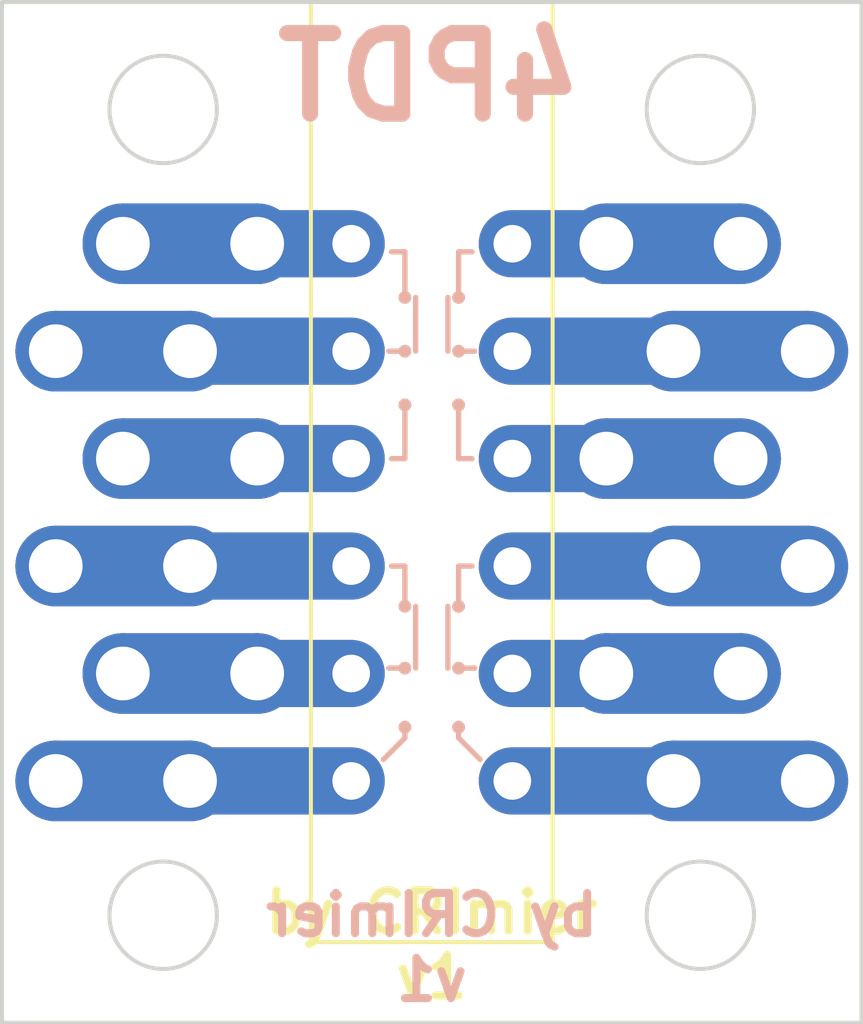
<source format=kicad_pcb>
(kicad_pcb (version 4) (host pcbnew 4.0.7)

  (general
    (links 24)
    (no_connects 0)
    (area 93.924999 60.924999 126.075001 99.075001)
    (thickness 1.6)
    (drawings 47)
    (tracks 48)
    (zones 0)
    (modules 13)
    (nets 13)
  )

  (page A4)
  (layers
    (0 F.Cu signal)
    (31 B.Cu signal)
    (32 B.Adhes user)
    (33 F.Adhes user)
    (34 B.Paste user)
    (35 F.Paste user)
    (36 B.SilkS user)
    (37 F.SilkS user)
    (38 B.Mask user)
    (39 F.Mask user)
    (40 Dwgs.User user)
    (41 Cmts.User user hide)
    (42 Eco1.User user)
    (43 Eco2.User user)
    (44 Edge.Cuts user)
    (45 Margin user)
    (46 B.CrtYd user)
    (47 F.CrtYd user)
    (48 B.Fab user)
    (49 F.Fab user)
  )

  (setup
    (last_trace_width 0.25)
    (user_trace_width 2)
    (user_trace_width 2.5)
    (user_trace_width 3)
    (trace_clearance 0.2)
    (zone_clearance 0.508)
    (zone_45_only no)
    (trace_min 0.2)
    (segment_width 0.2)
    (edge_width 0.15)
    (via_size 0.6)
    (via_drill 0.4)
    (via_min_size 0.4)
    (via_min_drill 0.3)
    (uvia_size 0.3)
    (uvia_drill 0.1)
    (uvias_allowed no)
    (uvia_min_size 0.2)
    (uvia_min_drill 0.1)
    (pcb_text_width 0.3)
    (pcb_text_size 1.5 1.5)
    (mod_edge_width 0.15)
    (mod_text_size 1 1)
    (mod_text_width 0.15)
    (pad_size 1.524 1.524)
    (pad_drill 0.762)
    (pad_to_mask_clearance 0.2)
    (aux_axis_origin 126 61)
    (visible_elements 7FFFFF7F)
    (pcbplotparams
      (layerselection 0x010f0_80000001)
      (usegerberextensions true)
      (excludeedgelayer true)
      (linewidth 0.100000)
      (plotframeref false)
      (viasonmask false)
      (mode 1)
      (useauxorigin true)
      (hpglpennumber 1)
      (hpglpenspeed 20)
      (hpglpendiameter 15)
      (hpglpenoverlay 2)
      (psnegative false)
      (psa4output false)
      (plotreference false)
      (plotvalue false)
      (plotinvisibletext false)
      (padsonsilk false)
      (subtractmaskfromsilk false)
      (outputformat 1)
      (mirror false)
      (drillshape 0)
      (scaleselection 1)
      (outputdirectory gerbers/))
  )

  (net 0 "")
  (net 1 "Net-(J1-Pad1)")
  (net 2 "Net-(J1-Pad2)")
  (net 3 "Net-(J1-Pad3)")
  (net 4 "Net-(J1-Pad4)")
  (net 5 "Net-(J1-Pad5)")
  (net 6 "Net-(J1-Pad6)")
  (net 7 "Net-(J1-Pad7)")
  (net 8 "Net-(J1-Pad8)")
  (net 9 "Net-(J1-Pad9)")
  (net 10 "Net-(J1-Pad10)")
  (net 11 "Net-(J1-Pad11)")
  (net 12 "Net-(J1-Pad12)")

  (net_class Default "This is the default net class."
    (clearance 0.2)
    (trace_width 0.25)
    (via_dia 0.6)
    (via_drill 0.4)
    (uvia_dia 0.3)
    (uvia_drill 0.1)
    (add_net "Net-(J1-Pad1)")
    (add_net "Net-(J1-Pad10)")
    (add_net "Net-(J1-Pad11)")
    (add_net "Net-(J1-Pad12)")
    (add_net "Net-(J1-Pad2)")
    (add_net "Net-(J1-Pad3)")
    (add_net "Net-(J1-Pad4)")
    (add_net "Net-(J1-Pad5)")
    (add_net "Net-(J1-Pad6)")
    (add_net "Net-(J1-Pad7)")
    (add_net "Net-(J1-Pad8)")
    (add_net "Net-(J1-Pad9)")
  )

  (module some_switch_breakout:SOME_SWITCH (layer F.Cu) (tedit 5CC48D86) (tstamp 5CC1D4D7)
    (at 110 80)
    (path /5CC1D244)
    (fp_text reference J1 (at 0 0.5) (layer F.SilkS) hide
      (effects (font (size 1 1) (thickness 0.15)))
    )
    (fp_text value switch (at 0 -0.5) (layer F.Fab) hide
      (effects (font (size 1 1) (thickness 0.15)))
    )
    (fp_line (start -4.5 16) (end -4.5 -19) (layer F.SilkS) (width 0.15))
    (fp_line (start 4.5 16) (end -4.5 16) (layer F.SilkS) (width 0.15))
    (fp_line (start 4.5 -19) (end 4.5 16) (layer F.SilkS) (width 0.15))
    (fp_line (start -4.5 -19) (end 4.5 -19) (layer F.SilkS) (width 0.15))
    (pad 1 thru_hole circle (at -3 10) (size 2 2) (drill 1.4) (layers *.Cu *.Mask)
      (net 1 "Net-(J1-Pad1)"))
    (pad 2 thru_hole circle (at -3 6) (size 2 2) (drill 1.4) (layers *.Cu *.Mask)
      (net 2 "Net-(J1-Pad2)"))
    (pad 3 thru_hole circle (at -3 2) (size 2 2) (drill 1.4) (layers *.Cu *.Mask)
      (net 3 "Net-(J1-Pad3)"))
    (pad 4 thru_hole circle (at -3 -2) (size 2 2) (drill 1.4) (layers *.Cu *.Mask)
      (net 4 "Net-(J1-Pad4)"))
    (pad 5 thru_hole circle (at -3 -6) (size 2 2) (drill 1.4) (layers *.Cu *.Mask)
      (net 5 "Net-(J1-Pad5)"))
    (pad 6 thru_hole circle (at -3 -10) (size 2 2) (drill 1.4) (layers *.Cu *.Mask)
      (net 6 "Net-(J1-Pad6)"))
    (pad 7 thru_hole circle (at 3 -10) (size 2 2) (drill 1.4) (layers *.Cu *.Mask)
      (net 7 "Net-(J1-Pad7)"))
    (pad 8 thru_hole circle (at 3 -6) (size 2 2) (drill 1.4) (layers *.Cu *.Mask)
      (net 8 "Net-(J1-Pad8)"))
    (pad 9 thru_hole circle (at 3 -2) (size 2 2) (drill 1.4) (layers *.Cu *.Mask)
      (net 9 "Net-(J1-Pad9)"))
    (pad 10 thru_hole circle (at 3 2) (size 2 2) (drill 1.4) (layers *.Cu *.Mask)
      (net 10 "Net-(J1-Pad10)"))
    (pad 11 thru_hole circle (at 3 6) (size 2 2) (drill 1.4) (layers *.Cu *.Mask)
      (net 11 "Net-(J1-Pad11)"))
    (pad 12 thru_hole circle (at 3 10) (size 2 2) (drill 1.4) (layers *.Cu *.Mask)
      (net 12 "Net-(J1-Pad12)"))
    (pad "" np_thru_hole circle (at 0 10) (size 2.2 2.2) (drill 2.2) (layers *.Cu *.Mask))
    (pad "" np_thru_hole circle (at 0 -12) (size 4 4) (drill 4) (layers *.Cu *.Mask))
  )

  (module some_switch_breakout:WireConnection_2mmDrill (layer F.Cu) (tedit 5CC1D72F) (tstamp 5CC1D4DD)
    (at 98.5 82)
    (descr "WireConnection with 2mm drill")
    (path /5CC1DCCD)
    (fp_text reference J2 (at 2.3514 0.2032) (layer F.SilkS) hide
      (effects (font (size 1 1) (thickness 0.15)))
    )
    (fp_text value W (at 0 0) (layer F.Fab)
      (effects (font (size 1 1) (thickness 0.15)))
    )
    (pad 1 thru_hole circle (at -2.5 0) (size 3 3) (drill 1.99898) (layers *.Cu *.Mask)
      (net 3 "Net-(J1-Pad3)"))
    (pad 2 thru_hole circle (at 2.5 0) (size 3 3) (drill 1.99898) (layers *.Cu *.Mask)
      (net 3 "Net-(J1-Pad3)"))
  )

  (module some_switch_breakout:WireConnection_2mmDrill (layer F.Cu) (tedit 5CC1D72F) (tstamp 5CC1D4E3)
    (at 101 78)
    (descr "WireConnection with 2mm drill")
    (path /5CC1DCE9)
    (fp_text reference J3 (at 2.3514 0.2032) (layer F.SilkS) hide
      (effects (font (size 1 1) (thickness 0.15)))
    )
    (fp_text value W (at 0 0) (layer F.Fab)
      (effects (font (size 1 1) (thickness 0.15)))
    )
    (pad 1 thru_hole circle (at -2.5 0) (size 3 3) (drill 1.99898) (layers *.Cu *.Mask)
      (net 4 "Net-(J1-Pad4)"))
    (pad 2 thru_hole circle (at 2.5 0) (size 3 3) (drill 1.99898) (layers *.Cu *.Mask)
      (net 4 "Net-(J1-Pad4)"))
  )

  (module some_switch_breakout:WireConnection_2mmDrill (layer F.Cu) (tedit 5CC1D72F) (tstamp 5CC1D4E9)
    (at 101 86)
    (descr "WireConnection with 2mm drill")
    (path /5CC1DCC7)
    (fp_text reference J4 (at 2.3514 0.2032) (layer F.SilkS) hide
      (effects (font (size 1 1) (thickness 0.15)))
    )
    (fp_text value W (at 0 0) (layer F.Fab)
      (effects (font (size 1 1) (thickness 0.15)))
    )
    (pad 1 thru_hole circle (at -2.5 0) (size 3 3) (drill 1.99898) (layers *.Cu *.Mask)
      (net 2 "Net-(J1-Pad2)"))
    (pad 2 thru_hole circle (at 2.5 0) (size 3 3) (drill 1.99898) (layers *.Cu *.Mask)
      (net 2 "Net-(J1-Pad2)"))
  )

  (module some_switch_breakout:WireConnection_2mmDrill (layer F.Cu) (tedit 5CC1D72F) (tstamp 5CC1D4EF)
    (at 98.5 74)
    (descr "WireConnection with 2mm drill")
    (path /5CC1DCE3)
    (fp_text reference J5 (at 2.3514 0.2032) (layer F.SilkS) hide
      (effects (font (size 1 1) (thickness 0.15)))
    )
    (fp_text value W (at 0 0) (layer F.Fab)
      (effects (font (size 1 1) (thickness 0.15)))
    )
    (pad 1 thru_hole circle (at -2.5 0) (size 3 3) (drill 1.99898) (layers *.Cu *.Mask)
      (net 5 "Net-(J1-Pad5)"))
    (pad 2 thru_hole circle (at 2.5 0) (size 3 3) (drill 1.99898) (layers *.Cu *.Mask)
      (net 5 "Net-(J1-Pad5)"))
  )

  (module some_switch_breakout:WireConnection_2mmDrill (layer F.Cu) (tedit 5CC1D72F) (tstamp 5CC1D4F5)
    (at 98.5 90)
    (descr "WireConnection with 2mm drill")
    (path /5CC1DCC1)
    (fp_text reference J6 (at 2.3514 0.2032) (layer F.SilkS) hide
      (effects (font (size 1 1) (thickness 0.15)))
    )
    (fp_text value W (at 0 0) (layer F.Fab)
      (effects (font (size 1 1) (thickness 0.15)))
    )
    (pad 1 thru_hole circle (at -2.5 0) (size 3 3) (drill 1.99898) (layers *.Cu *.Mask)
      (net 1 "Net-(J1-Pad1)"))
    (pad 2 thru_hole circle (at 2.5 0) (size 3 3) (drill 1.99898) (layers *.Cu *.Mask)
      (net 1 "Net-(J1-Pad1)"))
  )

  (module some_switch_breakout:WireConnection_2mmDrill (layer F.Cu) (tedit 5CC1D72F) (tstamp 5CC1D4FB)
    (at 101 70)
    (descr "WireConnection with 2mm drill")
    (path /5CC1DCDD)
    (fp_text reference J7 (at 2.3514 0.2032) (layer F.SilkS) hide
      (effects (font (size 1 1) (thickness 0.15)))
    )
    (fp_text value W (at 0 0) (layer F.Fab)
      (effects (font (size 1 1) (thickness 0.15)))
    )
    (pad 1 thru_hole circle (at -2.5 0) (size 3 3) (drill 1.99898) (layers *.Cu *.Mask)
      (net 6 "Net-(J1-Pad6)"))
    (pad 2 thru_hole circle (at 2.5 0) (size 3 3) (drill 1.99898) (layers *.Cu *.Mask)
      (net 6 "Net-(J1-Pad6)"))
  )

  (module some_switch_breakout:WireConnection_2mmDrill (layer F.Cu) (tedit 5CC1D72F) (tstamp 5CC1D501)
    (at 121.5 90)
    (descr "WireConnection with 2mm drill")
    (path /5CC1D8EE)
    (fp_text reference J8 (at 2.3514 0.2032) (layer F.SilkS) hide
      (effects (font (size 1 1) (thickness 0.15)))
    )
    (fp_text value W (at 0 0) (layer F.Fab)
      (effects (font (size 1 1) (thickness 0.15)))
    )
    (pad 1 thru_hole circle (at -2.5 0) (size 3 3) (drill 1.99898) (layers *.Cu *.Mask)
      (net 12 "Net-(J1-Pad12)"))
    (pad 2 thru_hole circle (at 2.5 0) (size 3 3) (drill 1.99898) (layers *.Cu *.Mask)
      (net 12 "Net-(J1-Pad12)"))
  )

  (module some_switch_breakout:WireConnection_2mmDrill (layer F.Cu) (tedit 5CC1D72F) (tstamp 5CC1D507)
    (at 119 70)
    (descr "WireConnection with 2mm drill")
    (path /5CC1DB3B)
    (fp_text reference J9 (at 2.3514 0.2032) (layer F.SilkS) hide
      (effects (font (size 1 1) (thickness 0.15)))
    )
    (fp_text value W (at 0 0) (layer F.Fab)
      (effects (font (size 1 1) (thickness 0.15)))
    )
    (pad 1 thru_hole circle (at -2.5 0) (size 3 3) (drill 1.99898) (layers *.Cu *.Mask)
      (net 7 "Net-(J1-Pad7)"))
    (pad 2 thru_hole circle (at 2.5 0) (size 3 3) (drill 1.99898) (layers *.Cu *.Mask)
      (net 7 "Net-(J1-Pad7)"))
  )

  (module some_switch_breakout:WireConnection_2mmDrill (layer F.Cu) (tedit 5CC1D72F) (tstamp 5CC1D50D)
    (at 119 86)
    (descr "WireConnection with 2mm drill")
    (path /5CC1D961)
    (fp_text reference J10 (at 2.3514 0.2032) (layer F.SilkS) hide
      (effects (font (size 1 1) (thickness 0.15)))
    )
    (fp_text value W (at 0 0) (layer F.Fab)
      (effects (font (size 1 1) (thickness 0.15)))
    )
    (pad 1 thru_hole circle (at -2.5 0) (size 3 3) (drill 1.99898) (layers *.Cu *.Mask)
      (net 11 "Net-(J1-Pad11)"))
    (pad 2 thru_hole circle (at 2.5 0) (size 3 3) (drill 1.99898) (layers *.Cu *.Mask)
      (net 11 "Net-(J1-Pad11)"))
  )

  (module some_switch_breakout:WireConnection_2mmDrill (layer F.Cu) (tedit 5CC1D72F) (tstamp 5CC1D513)
    (at 121.5 74)
    (descr "WireConnection with 2mm drill")
    (path /5CC1DB41)
    (fp_text reference J11 (at 2.3514 0.2032) (layer F.SilkS) hide
      (effects (font (size 1 1) (thickness 0.15)))
    )
    (fp_text value W (at 0 0) (layer F.Fab)
      (effects (font (size 1 1) (thickness 0.15)))
    )
    (pad 1 thru_hole circle (at -2.5 0) (size 3 3) (drill 1.99898) (layers *.Cu *.Mask)
      (net 8 "Net-(J1-Pad8)"))
    (pad 2 thru_hole circle (at 2.5 0) (size 3 3) (drill 1.99898) (layers *.Cu *.Mask)
      (net 8 "Net-(J1-Pad8)"))
  )

  (module some_switch_breakout:WireConnection_2mmDrill (layer F.Cu) (tedit 5CC1D72F) (tstamp 5CC1D519)
    (at 121.5 82)
    (descr "WireConnection with 2mm drill")
    (path /5CC1D990)
    (fp_text reference J12 (at 2.3514 0.2032) (layer F.SilkS) hide
      (effects (font (size 1 1) (thickness 0.15)))
    )
    (fp_text value W (at 0 0) (layer F.Fab)
      (effects (font (size 1 1) (thickness 0.15)))
    )
    (pad 1 thru_hole circle (at -2.5 0) (size 3 3) (drill 1.99898) (layers *.Cu *.Mask)
      (net 10 "Net-(J1-Pad10)"))
    (pad 2 thru_hole circle (at 2.5 0) (size 3 3) (drill 1.99898) (layers *.Cu *.Mask)
      (net 10 "Net-(J1-Pad10)"))
  )

  (module some_switch_breakout:WireConnection_2mmDrill (layer F.Cu) (tedit 5CC1D72F) (tstamp 5CC1D51F)
    (at 119 78)
    (descr "WireConnection with 2mm drill")
    (path /5CC1DB47)
    (fp_text reference J13 (at 2.3514 0.2032) (layer F.SilkS) hide
      (effects (font (size 1 1) (thickness 0.15)))
    )
    (fp_text value W (at 0 0) (layer F.Fab)
      (effects (font (size 1 1) (thickness 0.15)))
    )
    (pad 1 thru_hole circle (at -2.5 0) (size 3 3) (drill 1.99898) (layers *.Cu *.Mask)
      (net 9 "Net-(J1-Pad9)"))
    (pad 2 thru_hole circle (at 2.5 0) (size 3 3) (drill 1.99898) (layers *.Cu *.Mask)
      (net 9 "Net-(J1-Pad9)"))
  )

  (gr_line (start 110.6 83.5) (end 110.6 85.8) (layer B.SilkS) (width 0.2))
  (gr_line (start 109.4 83.5) (end 109.4 85.8) (layer B.SilkS) (width 0.2))
  (gr_line (start 110.6 72) (end 110.6 74) (layer B.SilkS) (width 0.2))
  (gr_line (start 109.4 72) (end 109.4 74) (layer B.SilkS) (width 0.2))
  (gr_circle (center 109 74) (end 109.1 73.9) (layer B.SilkS) (width 0.2))
  (gr_circle (center 111 74) (end 111.1 73.9) (layer B.SilkS) (width 0.2))
  (gr_circle (center 109 85.8) (end 109.1 85.7) (layer B.SilkS) (width 0.2))
  (gr_circle (center 111 85.8) (end 110.9 85.7) (layer B.SilkS) (width 0.2))
  (gr_text "by CRImier\nv1" (at 110 96.1) (layer F.SilkS) (tstamp 5CC48AC1)
    (effects (font (size 1.5 1.5) (thickness 0.3)))
  )
  (gr_text "by CRImier\nv1" (at 110 96.2) (layer B.SilkS)
    (effects (font (size 1.5 1.5) (thickness 0.3)) (justify mirror))
  )
  (gr_text 4PDT (at 109.9 63.8) (layer B.SilkS)
    (effects (font (size 3 3) (thickness 0.6)) (justify mirror))
  )
  (gr_line (start 111 85.8) (end 111.6 85.8) (layer B.SilkS) (width 0.2))
  (gr_line (start 109 85.8) (end 108.4 85.8) (layer B.SilkS) (width 0.2))
  (gr_line (start 109 74) (end 108.4 74) (layer B.SilkS) (width 0.2))
  (gr_circle (center 109 88) (end 109.1 87.9) (layer B.SilkS) (width 0.2))
  (gr_circle (center 111 83.5) (end 111.1 83.4) (layer B.SilkS) (width 0.2))
  (gr_circle (center 109 83.5) (end 109.1 83.4) (layer B.SilkS) (width 0.2))
  (gr_circle (center 111 88) (end 111.1 87.9) (layer B.SilkS) (width 0.2))
  (gr_circle (center 111 72) (end 111.1 71.9) (layer B.SilkS) (width 0.2))
  (gr_circle (center 109 72) (end 109.1 71.9) (layer B.SilkS) (width 0.2))
  (gr_circle (center 109 76) (end 109.1 75.9) (layer B.SilkS) (width 0.2))
  (gr_circle (center 111 76) (end 111.1 75.9) (layer B.SilkS) (width 0.2))
  (gr_line (start 111.6 74) (end 111 74) (layer B.SilkS) (width 0.2))
  (gr_line (start 111 88.4) (end 111.8 89.2) (layer B.SilkS) (width 0.2))
  (gr_line (start 111 88) (end 111 88.4) (layer B.SilkS) (width 0.2))
  (gr_line (start 109 88.4) (end 109 88) (layer B.SilkS) (width 0.2))
  (gr_line (start 108.2 89.2) (end 109 88.4) (layer B.SilkS) (width 0.2))
  (gr_line (start 109 82) (end 109 83.5) (layer B.SilkS) (width 0.2))
  (gr_line (start 111 82) (end 111 83.5) (layer B.SilkS) (width 0.2))
  (gr_line (start 111 82) (end 111.5 82) (layer B.SilkS) (width 0.2))
  (gr_line (start 109 82) (end 108.5 82) (layer B.SilkS) (width 0.2))
  (gr_line (start 109 78) (end 109 76) (layer B.SilkS) (width 0.2))
  (gr_line (start 109 78) (end 108.5 78) (layer B.SilkS) (width 0.2))
  (gr_line (start 109 70.3) (end 109 72) (layer B.SilkS) (width 0.2))
  (gr_line (start 109 70.3) (end 108.5 70.3) (layer B.SilkS) (width 0.2))
  (gr_line (start 111 78) (end 111 76) (layer B.SilkS) (width 0.2))
  (gr_line (start 111 78) (end 111.5 78) (layer B.SilkS) (width 0.2))
  (gr_line (start 111 70.3) (end 111 72) (layer B.SilkS) (width 0.2))
  (gr_line (start 111.5 70.3) (end 111 70.3) (layer B.SilkS) (width 0.2))
  (gr_circle (center 120 95) (end 122 95) (layer Edge.Cuts) (width 0.15) (tstamp 5CC1D844))
  (gr_circle (center 100 95) (end 102 95) (layer Edge.Cuts) (width 0.15) (tstamp 5CC1D843))
  (gr_circle (center 100 65) (end 102 65) (layer Edge.Cuts) (width 0.15))
  (gr_circle (center 120 65) (end 122 65) (layer Edge.Cuts) (width 0.15))
  (gr_line (start 94 99) (end 94 61) (layer Edge.Cuts) (width 0.15))
  (gr_line (start 126 99) (end 94 99) (layer Edge.Cuts) (width 0.15))
  (gr_line (start 126 61) (end 126 99) (layer Edge.Cuts) (width 0.15))
  (gr_line (start 94 61) (end 126 61) (layer Edge.Cuts) (width 0.15))

  (segment (start 101 90) (end 96 90) (width 3) (layer F.Cu) (net 1))
  (segment (start 101 90) (end 96 90) (width 3) (layer B.Cu) (net 1))
  (segment (start 101 90) (end 107 90) (width 2.5) (layer B.Cu) (net 1))
  (segment (start 101 90) (end 107 90) (width 2.5) (layer F.Cu) (net 1))
  (segment (start 98.5 86) (end 103.5 86) (width 3) (layer F.Cu) (net 2))
  (segment (start 98.5 86) (end 103.5 86) (width 3) (layer B.Cu) (net 2))
  (segment (start 107 86) (end 103.5 86) (width 2.5) (layer B.Cu) (net 2))
  (segment (start 107 86) (end 103.5 86) (width 2.5) (layer F.Cu) (net 2))
  (segment (start 96 82) (end 101 82) (width 3) (layer F.Cu) (net 3))
  (segment (start 101 82) (end 96 82) (width 3) (layer B.Cu) (net 3))
  (segment (start 101 82) (end 107 82) (width 2.5) (layer B.Cu) (net 3))
  (segment (start 101 82) (end 107 82) (width 2.5) (layer F.Cu) (net 3))
  (segment (start 98.5 78) (end 103.5 78) (width 3) (layer F.Cu) (net 4))
  (segment (start 98.5 78) (end 103.5 78) (width 3) (layer B.Cu) (net 4))
  (segment (start 107 78) (end 103.5 78) (width 2.5) (layer B.Cu) (net 4))
  (segment (start 107 78) (end 103.5 78) (width 2.5) (layer F.Cu) (net 4))
  (segment (start 101 74) (end 96 74) (width 3) (layer F.Cu) (net 5))
  (segment (start 101 74) (end 96 74) (width 3) (layer B.Cu) (net 5))
  (segment (start 101 74) (end 107 74) (width 2.5) (layer B.Cu) (net 5))
  (segment (start 101 74) (end 107 74) (width 2.5) (layer F.Cu) (net 5))
  (segment (start 98.5 70) (end 103.5 70) (width 3) (layer F.Cu) (net 6))
  (segment (start 98.5 70) (end 103.5 70) (width 3) (layer B.Cu) (net 6))
  (segment (start 107 70) (end 103.5 70) (width 2.5) (layer B.Cu) (net 6))
  (segment (start 107 70) (end 103.5 70) (width 2.5) (layer F.Cu) (net 6))
  (segment (start 121.5 70) (end 116.5 70) (width 3) (layer F.Cu) (net 7))
  (segment (start 121.5 70) (end 116.5 70) (width 3) (layer B.Cu) (net 7))
  (segment (start 116.5 70) (end 113 70) (width 2.5) (layer B.Cu) (net 7))
  (segment (start 116.5 70) (end 113 70) (width 2.5) (layer F.Cu) (net 7))
  (segment (start 119 74) (end 124 74) (width 3) (layer F.Cu) (net 8))
  (segment (start 119 74) (end 124 74) (width 3) (layer B.Cu) (net 8))
  (segment (start 119 74) (end 113 74) (width 2.5) (layer B.Cu) (net 8))
  (segment (start 119 74) (end 113 74) (width 2.5) (layer F.Cu) (net 8))
  (segment (start 121.5 78) (end 116.5 78) (width 3) (layer F.Cu) (net 9))
  (segment (start 121.5 78) (end 116.5 78) (width 3) (layer B.Cu) (net 9))
  (segment (start 116.5 78) (end 113 78) (width 2.5) (layer B.Cu) (net 9))
  (segment (start 116.5 78) (end 113 78) (width 2.5) (layer F.Cu) (net 9))
  (segment (start 119 82) (end 124 82) (width 3) (layer F.Cu) (net 10))
  (segment (start 119 82) (end 124 82) (width 3) (layer B.Cu) (net 10))
  (segment (start 119 82) (end 113 82) (width 2.5) (layer B.Cu) (net 10))
  (segment (start 119 82) (end 113 82) (width 2.5) (layer F.Cu) (net 10))
  (segment (start 121.5 86) (end 116.5 86) (width 3) (layer F.Cu) (net 11))
  (segment (start 116.5 86) (end 121.5 86) (width 3) (layer B.Cu) (net 11))
  (segment (start 116.5 86) (end 113 86) (width 2.5) (layer B.Cu) (net 11))
  (segment (start 113 86) (end 116.5 86) (width 2.5) (layer F.Cu) (net 11))
  (segment (start 119 90) (end 124 90) (width 3) (layer F.Cu) (net 12))
  (segment (start 119 90) (end 124 90) (width 3) (layer B.Cu) (net 12))
  (segment (start 119 90) (end 113 90) (width 2.5) (layer B.Cu) (net 12))
  (segment (start 113 90) (end 119 90) (width 2.5) (layer F.Cu) (net 12))

)

</source>
